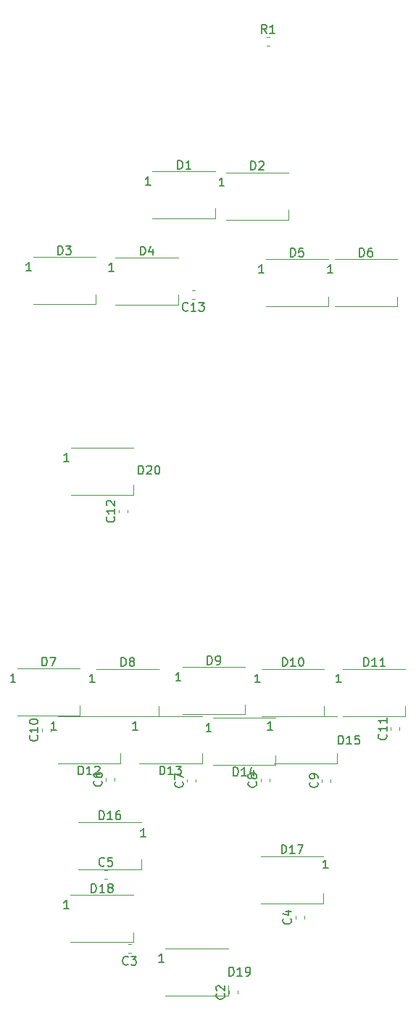
<source format=gbr>
%TF.GenerationSoftware,KiCad,Pcbnew,(5.1.10)-1*%
%TF.CreationDate,2021-11-16T17:17:49+11:00*%
%TF.ProjectId,APU Panel PCB V2,41505520-5061-46e6-956c-205043422056,rev?*%
%TF.SameCoordinates,Original*%
%TF.FileFunction,Legend,Top*%
%TF.FilePolarity,Positive*%
%FSLAX46Y46*%
G04 Gerber Fmt 4.6, Leading zero omitted, Abs format (unit mm)*
G04 Created by KiCad (PCBNEW (5.1.10)-1) date 2021-11-16 17:17:49*
%MOMM*%
%LPD*%
G01*
G04 APERTURE LIST*
%ADD10C,0.120000*%
%ADD11C,0.150000*%
G04 APERTURE END LIST*
D10*
%TO.C,C5*%
X79887221Y-154560000D02*
X80212779Y-154560000D01*
X79887221Y-153540000D02*
X80212779Y-153540000D01*
%TO.C,C2*%
X95429800Y-167937499D02*
X95429800Y-167611941D01*
X94409800Y-167937499D02*
X94409800Y-167611941D01*
%TO.C,C13*%
X90434379Y-85908420D02*
X90108821Y-85908420D01*
X90434379Y-86928420D02*
X90108821Y-86928420D01*
%TO.C,C12*%
X82579940Y-111828899D02*
X82579940Y-111503341D01*
X81559940Y-111828899D02*
X81559940Y-111503341D01*
%TO.C,C11*%
X114355340Y-137205939D02*
X114355340Y-136880381D01*
X113335340Y-137205939D02*
X113335340Y-136880381D01*
%TO.C,C10*%
X73608660Y-137338119D02*
X73608660Y-137012561D01*
X72588660Y-137338119D02*
X72588660Y-137012561D01*
%TO.C,C9*%
X106336560Y-143246159D02*
X106336560Y-142920601D01*
X105316560Y-143246159D02*
X105316560Y-142920601D01*
%TO.C,C8*%
X99161060Y-143220659D02*
X99161060Y-142895101D01*
X98141060Y-143220659D02*
X98141060Y-142895101D01*
%TO.C,C7*%
X90580940Y-143240979D02*
X90580940Y-142915421D01*
X89560940Y-143240979D02*
X89560940Y-142915421D01*
%TO.C,C6*%
X81091500Y-143101279D02*
X81091500Y-142775721D01*
X80071500Y-143101279D02*
X80071500Y-142775721D01*
%TO.C,C4*%
X103225060Y-159194819D02*
X103225060Y-158869261D01*
X102205060Y-159194819D02*
X102205060Y-158869261D01*
%TO.C,C3*%
X82974499Y-162199860D02*
X82648941Y-162199860D01*
X82974499Y-163219860D02*
X82648941Y-163219860D01*
%TO.C,R1*%
X98838901Y-57385680D02*
X99164459Y-57385680D01*
X98838901Y-56365680D02*
X99164459Y-56365680D01*
%TO.C,D20*%
X75953600Y-104234800D02*
X83253600Y-104234800D01*
X75953600Y-109734800D02*
X83253600Y-109734800D01*
X83253600Y-109734800D02*
X83253600Y-108584800D01*
%TO.C,D6*%
X114077600Y-87763600D02*
X114077600Y-86613600D01*
X106777600Y-87763600D02*
X114077600Y-87763600D01*
X106777600Y-82263600D02*
X114077600Y-82263600D01*
%TO.C,D5*%
X106023600Y-87763600D02*
X106023600Y-86613600D01*
X98723600Y-87763600D02*
X106023600Y-87763600D01*
X98723600Y-82263600D02*
X106023600Y-82263600D01*
%TO.C,D11*%
X115054400Y-135541200D02*
X115054400Y-134391200D01*
X107754400Y-135541200D02*
X115054400Y-135541200D01*
X107754400Y-130041200D02*
X115054400Y-130041200D01*
%TO.C,D19*%
X94328000Y-168154800D02*
X94328000Y-167004800D01*
X87028000Y-168154800D02*
X94328000Y-168154800D01*
X87028000Y-162654800D02*
X94328000Y-162654800D01*
%TO.C,D18*%
X83242000Y-161931600D02*
X83242000Y-160781600D01*
X75942000Y-161931600D02*
X83242000Y-161931600D01*
X75942000Y-156431600D02*
X83242000Y-156431600D01*
%TO.C,D17*%
X105453200Y-157385200D02*
X105453200Y-156235200D01*
X98153200Y-157385200D02*
X105453200Y-157385200D01*
X98153200Y-151885200D02*
X105453200Y-151885200D01*
%TO.C,D16*%
X84168000Y-153422800D02*
X84168000Y-152272800D01*
X76868000Y-153422800D02*
X84168000Y-153422800D01*
X76868000Y-147922800D02*
X84168000Y-147922800D01*
%TO.C,D15*%
X107028000Y-141078400D02*
X107028000Y-139928400D01*
X99728000Y-141078400D02*
X107028000Y-141078400D01*
X99728000Y-135578400D02*
X107028000Y-135578400D01*
%TO.C,D14*%
X99865200Y-141281600D02*
X99865200Y-140131600D01*
X92565200Y-141281600D02*
X99865200Y-141281600D01*
X92565200Y-135781600D02*
X99865200Y-135781600D01*
%TO.C,D13*%
X91280000Y-141078400D02*
X91280000Y-139928400D01*
X83980000Y-141078400D02*
X91280000Y-141078400D01*
X83980000Y-135578400D02*
X91280000Y-135578400D01*
%TO.C,D12*%
X81780400Y-141078400D02*
X81780400Y-139928400D01*
X74480400Y-141078400D02*
X81780400Y-141078400D01*
X74480400Y-135578400D02*
X81780400Y-135578400D01*
%TO.C,D10*%
X105554800Y-135541200D02*
X105554800Y-134391200D01*
X98254800Y-135541200D02*
X105554800Y-135541200D01*
X98254800Y-130041200D02*
X105554800Y-130041200D01*
%TO.C,D9*%
X96309200Y-135338000D02*
X96309200Y-134188000D01*
X89009200Y-135338000D02*
X96309200Y-135338000D01*
X89009200Y-129838000D02*
X96309200Y-129838000D01*
%TO.C,D8*%
X86250800Y-135541200D02*
X86250800Y-134391200D01*
X78950800Y-135541200D02*
X86250800Y-135541200D01*
X78950800Y-130041200D02*
X86250800Y-130041200D01*
%TO.C,D7*%
X77005200Y-135490400D02*
X77005200Y-134340400D01*
X69705200Y-135490400D02*
X77005200Y-135490400D01*
X69705200Y-129990400D02*
X77005200Y-129990400D01*
%TO.C,D4*%
X88486000Y-87560400D02*
X88486000Y-86410400D01*
X81186000Y-87560400D02*
X88486000Y-87560400D01*
X81186000Y-82060400D02*
X88486000Y-82060400D01*
%TO.C,D3*%
X78845600Y-87509600D02*
X78845600Y-86359600D01*
X71545600Y-87509600D02*
X78845600Y-87509600D01*
X71545600Y-82009600D02*
X78845600Y-82009600D01*
%TO.C,D2*%
X101389200Y-77629200D02*
X101389200Y-76479200D01*
X94089200Y-77629200D02*
X101389200Y-77629200D01*
X94089200Y-72129200D02*
X101389200Y-72129200D01*
%TO.C,D1*%
X92792400Y-77502400D02*
X92792400Y-76352400D01*
X85492400Y-77502400D02*
X92792400Y-77502400D01*
X85492400Y-72002400D02*
X92792400Y-72002400D01*
%TO.C,C5*%
D11*
X79883333Y-152977142D02*
X79835714Y-153024761D01*
X79692857Y-153072380D01*
X79597619Y-153072380D01*
X79454761Y-153024761D01*
X79359523Y-152929523D01*
X79311904Y-152834285D01*
X79264285Y-152643809D01*
X79264285Y-152500952D01*
X79311904Y-152310476D01*
X79359523Y-152215238D01*
X79454761Y-152120000D01*
X79597619Y-152072380D01*
X79692857Y-152072380D01*
X79835714Y-152120000D01*
X79883333Y-152167619D01*
X80788095Y-152072380D02*
X80311904Y-152072380D01*
X80264285Y-152548571D01*
X80311904Y-152500952D01*
X80407142Y-152453333D01*
X80645238Y-152453333D01*
X80740476Y-152500952D01*
X80788095Y-152548571D01*
X80835714Y-152643809D01*
X80835714Y-152881904D01*
X80788095Y-152977142D01*
X80740476Y-153024761D01*
X80645238Y-153072380D01*
X80407142Y-153072380D01*
X80311904Y-153024761D01*
X80264285Y-152977142D01*
%TO.C,C2*%
X93846942Y-167941386D02*
X93894561Y-167989005D01*
X93942180Y-168131862D01*
X93942180Y-168227100D01*
X93894561Y-168369958D01*
X93799323Y-168465196D01*
X93704085Y-168512815D01*
X93513609Y-168560434D01*
X93370752Y-168560434D01*
X93180276Y-168512815D01*
X93085038Y-168465196D01*
X92989800Y-168369958D01*
X92942180Y-168227100D01*
X92942180Y-168131862D01*
X92989800Y-167989005D01*
X93037419Y-167941386D01*
X93037419Y-167560434D02*
X92989800Y-167512815D01*
X92942180Y-167417577D01*
X92942180Y-167179481D01*
X92989800Y-167084243D01*
X93037419Y-167036624D01*
X93132657Y-166989005D01*
X93227895Y-166989005D01*
X93370752Y-167036624D01*
X93942180Y-167608053D01*
X93942180Y-166989005D01*
%TO.C,C13*%
X89628742Y-88205562D02*
X89581123Y-88253181D01*
X89438266Y-88300800D01*
X89343028Y-88300800D01*
X89200171Y-88253181D01*
X89104933Y-88157943D01*
X89057314Y-88062705D01*
X89009695Y-87872229D01*
X89009695Y-87729372D01*
X89057314Y-87538896D01*
X89104933Y-87443658D01*
X89200171Y-87348420D01*
X89343028Y-87300800D01*
X89438266Y-87300800D01*
X89581123Y-87348420D01*
X89628742Y-87396039D01*
X90581123Y-88300800D02*
X90009695Y-88300800D01*
X90295409Y-88300800D02*
X90295409Y-87300800D01*
X90200171Y-87443658D01*
X90104933Y-87538896D01*
X90009695Y-87586515D01*
X90914457Y-87300800D02*
X91533504Y-87300800D01*
X91200171Y-87681753D01*
X91343028Y-87681753D01*
X91438266Y-87729372D01*
X91485885Y-87776991D01*
X91533504Y-87872229D01*
X91533504Y-88110324D01*
X91485885Y-88205562D01*
X91438266Y-88253181D01*
X91343028Y-88300800D01*
X91057314Y-88300800D01*
X90962076Y-88253181D01*
X90914457Y-88205562D01*
%TO.C,C12*%
X80997082Y-112308977D02*
X81044701Y-112356596D01*
X81092320Y-112499453D01*
X81092320Y-112594691D01*
X81044701Y-112737548D01*
X80949463Y-112832786D01*
X80854225Y-112880405D01*
X80663749Y-112928024D01*
X80520892Y-112928024D01*
X80330416Y-112880405D01*
X80235178Y-112832786D01*
X80139940Y-112737548D01*
X80092320Y-112594691D01*
X80092320Y-112499453D01*
X80139940Y-112356596D01*
X80187559Y-112308977D01*
X81092320Y-111356596D02*
X81092320Y-111928024D01*
X81092320Y-111642310D02*
X80092320Y-111642310D01*
X80235178Y-111737548D01*
X80330416Y-111832786D01*
X80378035Y-111928024D01*
X80187559Y-110975643D02*
X80139940Y-110928024D01*
X80092320Y-110832786D01*
X80092320Y-110594691D01*
X80139940Y-110499453D01*
X80187559Y-110451834D01*
X80282797Y-110404215D01*
X80378035Y-110404215D01*
X80520892Y-110451834D01*
X81092320Y-111023262D01*
X81092320Y-110404215D01*
%TO.C,C11*%
X112772482Y-137686017D02*
X112820101Y-137733636D01*
X112867720Y-137876493D01*
X112867720Y-137971731D01*
X112820101Y-138114588D01*
X112724863Y-138209826D01*
X112629625Y-138257445D01*
X112439149Y-138305064D01*
X112296292Y-138305064D01*
X112105816Y-138257445D01*
X112010578Y-138209826D01*
X111915340Y-138114588D01*
X111867720Y-137971731D01*
X111867720Y-137876493D01*
X111915340Y-137733636D01*
X111962959Y-137686017D01*
X112867720Y-136733636D02*
X112867720Y-137305064D01*
X112867720Y-137019350D02*
X111867720Y-137019350D01*
X112010578Y-137114588D01*
X112105816Y-137209826D01*
X112153435Y-137305064D01*
X112867720Y-135781255D02*
X112867720Y-136352683D01*
X112867720Y-136066969D02*
X111867720Y-136066969D01*
X112010578Y-136162207D01*
X112105816Y-136257445D01*
X112153435Y-136352683D01*
%TO.C,C10*%
X72025802Y-137818197D02*
X72073421Y-137865816D01*
X72121040Y-138008673D01*
X72121040Y-138103911D01*
X72073421Y-138246768D01*
X71978183Y-138342006D01*
X71882945Y-138389625D01*
X71692469Y-138437244D01*
X71549612Y-138437244D01*
X71359136Y-138389625D01*
X71263898Y-138342006D01*
X71168660Y-138246768D01*
X71121040Y-138103911D01*
X71121040Y-138008673D01*
X71168660Y-137865816D01*
X71216279Y-137818197D01*
X72121040Y-136865816D02*
X72121040Y-137437244D01*
X72121040Y-137151530D02*
X71121040Y-137151530D01*
X71263898Y-137246768D01*
X71359136Y-137342006D01*
X71406755Y-137437244D01*
X71121040Y-136246768D02*
X71121040Y-136151530D01*
X71168660Y-136056292D01*
X71216279Y-136008673D01*
X71311517Y-135961054D01*
X71501993Y-135913435D01*
X71740088Y-135913435D01*
X71930564Y-135961054D01*
X72025802Y-136008673D01*
X72073421Y-136056292D01*
X72121040Y-136151530D01*
X72121040Y-136246768D01*
X72073421Y-136342006D01*
X72025802Y-136389625D01*
X71930564Y-136437244D01*
X71740088Y-136484863D01*
X71501993Y-136484863D01*
X71311517Y-136437244D01*
X71216279Y-136389625D01*
X71168660Y-136342006D01*
X71121040Y-136246768D01*
%TO.C,C9*%
X104753702Y-143250046D02*
X104801321Y-143297665D01*
X104848940Y-143440522D01*
X104848940Y-143535760D01*
X104801321Y-143678618D01*
X104706083Y-143773856D01*
X104610845Y-143821475D01*
X104420369Y-143869094D01*
X104277512Y-143869094D01*
X104087036Y-143821475D01*
X103991798Y-143773856D01*
X103896560Y-143678618D01*
X103848940Y-143535760D01*
X103848940Y-143440522D01*
X103896560Y-143297665D01*
X103944179Y-143250046D01*
X104848940Y-142773856D02*
X104848940Y-142583380D01*
X104801321Y-142488141D01*
X104753702Y-142440522D01*
X104610845Y-142345284D01*
X104420369Y-142297665D01*
X104039417Y-142297665D01*
X103944179Y-142345284D01*
X103896560Y-142392903D01*
X103848940Y-142488141D01*
X103848940Y-142678618D01*
X103896560Y-142773856D01*
X103944179Y-142821475D01*
X104039417Y-142869094D01*
X104277512Y-142869094D01*
X104372750Y-142821475D01*
X104420369Y-142773856D01*
X104467988Y-142678618D01*
X104467988Y-142488141D01*
X104420369Y-142392903D01*
X104372750Y-142345284D01*
X104277512Y-142297665D01*
%TO.C,C8*%
X97578202Y-143224546D02*
X97625821Y-143272165D01*
X97673440Y-143415022D01*
X97673440Y-143510260D01*
X97625821Y-143653118D01*
X97530583Y-143748356D01*
X97435345Y-143795975D01*
X97244869Y-143843594D01*
X97102012Y-143843594D01*
X96911536Y-143795975D01*
X96816298Y-143748356D01*
X96721060Y-143653118D01*
X96673440Y-143510260D01*
X96673440Y-143415022D01*
X96721060Y-143272165D01*
X96768679Y-143224546D01*
X97102012Y-142653118D02*
X97054393Y-142748356D01*
X97006774Y-142795975D01*
X96911536Y-142843594D01*
X96863917Y-142843594D01*
X96768679Y-142795975D01*
X96721060Y-142748356D01*
X96673440Y-142653118D01*
X96673440Y-142462641D01*
X96721060Y-142367403D01*
X96768679Y-142319784D01*
X96863917Y-142272165D01*
X96911536Y-142272165D01*
X97006774Y-142319784D01*
X97054393Y-142367403D01*
X97102012Y-142462641D01*
X97102012Y-142653118D01*
X97149631Y-142748356D01*
X97197250Y-142795975D01*
X97292488Y-142843594D01*
X97482964Y-142843594D01*
X97578202Y-142795975D01*
X97625821Y-142748356D01*
X97673440Y-142653118D01*
X97673440Y-142462641D01*
X97625821Y-142367403D01*
X97578202Y-142319784D01*
X97482964Y-142272165D01*
X97292488Y-142272165D01*
X97197250Y-142319784D01*
X97149631Y-142367403D01*
X97102012Y-142462641D01*
%TO.C,C7*%
X88998082Y-143244866D02*
X89045701Y-143292485D01*
X89093320Y-143435342D01*
X89093320Y-143530580D01*
X89045701Y-143673438D01*
X88950463Y-143768676D01*
X88855225Y-143816295D01*
X88664749Y-143863914D01*
X88521892Y-143863914D01*
X88331416Y-143816295D01*
X88236178Y-143768676D01*
X88140940Y-143673438D01*
X88093320Y-143530580D01*
X88093320Y-143435342D01*
X88140940Y-143292485D01*
X88188559Y-143244866D01*
X88093320Y-142911533D02*
X88093320Y-142244866D01*
X89093320Y-142673438D01*
%TO.C,C6*%
X79508642Y-143105166D02*
X79556261Y-143152785D01*
X79603880Y-143295642D01*
X79603880Y-143390880D01*
X79556261Y-143533738D01*
X79461023Y-143628976D01*
X79365785Y-143676595D01*
X79175309Y-143724214D01*
X79032452Y-143724214D01*
X78841976Y-143676595D01*
X78746738Y-143628976D01*
X78651500Y-143533738D01*
X78603880Y-143390880D01*
X78603880Y-143295642D01*
X78651500Y-143152785D01*
X78699119Y-143105166D01*
X78603880Y-142248023D02*
X78603880Y-142438500D01*
X78651500Y-142533738D01*
X78699119Y-142581357D01*
X78841976Y-142676595D01*
X79032452Y-142724214D01*
X79413404Y-142724214D01*
X79508642Y-142676595D01*
X79556261Y-142628976D01*
X79603880Y-142533738D01*
X79603880Y-142343261D01*
X79556261Y-142248023D01*
X79508642Y-142200404D01*
X79413404Y-142152785D01*
X79175309Y-142152785D01*
X79080071Y-142200404D01*
X79032452Y-142248023D01*
X78984833Y-142343261D01*
X78984833Y-142533738D01*
X79032452Y-142628976D01*
X79080071Y-142676595D01*
X79175309Y-142724214D01*
%TO.C,C4*%
X101642202Y-159198706D02*
X101689821Y-159246325D01*
X101737440Y-159389182D01*
X101737440Y-159484420D01*
X101689821Y-159627278D01*
X101594583Y-159722516D01*
X101499345Y-159770135D01*
X101308869Y-159817754D01*
X101166012Y-159817754D01*
X100975536Y-159770135D01*
X100880298Y-159722516D01*
X100785060Y-159627278D01*
X100737440Y-159484420D01*
X100737440Y-159389182D01*
X100785060Y-159246325D01*
X100832679Y-159198706D01*
X101070774Y-158341563D02*
X101737440Y-158341563D01*
X100689821Y-158579659D02*
X101404107Y-158817754D01*
X101404107Y-158198706D01*
%TO.C,C3*%
X82645053Y-164497002D02*
X82597434Y-164544621D01*
X82454577Y-164592240D01*
X82359339Y-164592240D01*
X82216481Y-164544621D01*
X82121243Y-164449383D01*
X82073624Y-164354145D01*
X82026005Y-164163669D01*
X82026005Y-164020812D01*
X82073624Y-163830336D01*
X82121243Y-163735098D01*
X82216481Y-163639860D01*
X82359339Y-163592240D01*
X82454577Y-163592240D01*
X82597434Y-163639860D01*
X82645053Y-163687479D01*
X82978386Y-163592240D02*
X83597434Y-163592240D01*
X83264100Y-163973193D01*
X83406958Y-163973193D01*
X83502196Y-164020812D01*
X83549815Y-164068431D01*
X83597434Y-164163669D01*
X83597434Y-164401764D01*
X83549815Y-164497002D01*
X83502196Y-164544621D01*
X83406958Y-164592240D01*
X83121243Y-164592240D01*
X83026005Y-164544621D01*
X82978386Y-164497002D01*
%TO.C,R1*%
X98835013Y-55898060D02*
X98501680Y-55421870D01*
X98263584Y-55898060D02*
X98263584Y-54898060D01*
X98644537Y-54898060D01*
X98739775Y-54945680D01*
X98787394Y-54993299D01*
X98835013Y-55088537D01*
X98835013Y-55231394D01*
X98787394Y-55326632D01*
X98739775Y-55374251D01*
X98644537Y-55421870D01*
X98263584Y-55421870D01*
X99787394Y-55898060D02*
X99215965Y-55898060D01*
X99501680Y-55898060D02*
X99501680Y-54898060D01*
X99406441Y-55040918D01*
X99311203Y-55136156D01*
X99215965Y-55183775D01*
%TO.C,D20*%
X83875714Y-107335580D02*
X83875714Y-106335580D01*
X84113809Y-106335580D01*
X84256666Y-106383200D01*
X84351904Y-106478438D01*
X84399523Y-106573676D01*
X84447142Y-106764152D01*
X84447142Y-106907009D01*
X84399523Y-107097485D01*
X84351904Y-107192723D01*
X84256666Y-107287961D01*
X84113809Y-107335580D01*
X83875714Y-107335580D01*
X84828095Y-106430819D02*
X84875714Y-106383200D01*
X84970952Y-106335580D01*
X85209047Y-106335580D01*
X85304285Y-106383200D01*
X85351904Y-106430819D01*
X85399523Y-106526057D01*
X85399523Y-106621295D01*
X85351904Y-106764152D01*
X84780476Y-107335580D01*
X85399523Y-107335580D01*
X86018571Y-106335580D02*
X86113809Y-106335580D01*
X86209047Y-106383200D01*
X86256666Y-106430819D01*
X86304285Y-106526057D01*
X86351904Y-106716533D01*
X86351904Y-106954628D01*
X86304285Y-107145104D01*
X86256666Y-107240342D01*
X86209047Y-107287961D01*
X86113809Y-107335580D01*
X86018571Y-107335580D01*
X85923333Y-107287961D01*
X85875714Y-107240342D01*
X85828095Y-107145104D01*
X85780476Y-106954628D01*
X85780476Y-106716533D01*
X85828095Y-106526057D01*
X85875714Y-106430819D01*
X85923333Y-106383200D01*
X86018571Y-106335580D01*
X75739314Y-105837180D02*
X75167885Y-105837180D01*
X75453600Y-105837180D02*
X75453600Y-104837180D01*
X75358361Y-104980038D01*
X75263123Y-105075276D01*
X75167885Y-105122895D01*
%TO.C,D6*%
X109689504Y-81965980D02*
X109689504Y-80965980D01*
X109927600Y-80965980D01*
X110070457Y-81013600D01*
X110165695Y-81108838D01*
X110213314Y-81204076D01*
X110260933Y-81394552D01*
X110260933Y-81537409D01*
X110213314Y-81727885D01*
X110165695Y-81823123D01*
X110070457Y-81918361D01*
X109927600Y-81965980D01*
X109689504Y-81965980D01*
X111118076Y-80965980D02*
X110927600Y-80965980D01*
X110832361Y-81013600D01*
X110784742Y-81061219D01*
X110689504Y-81204076D01*
X110641885Y-81394552D01*
X110641885Y-81775504D01*
X110689504Y-81870742D01*
X110737123Y-81918361D01*
X110832361Y-81965980D01*
X111022838Y-81965980D01*
X111118076Y-81918361D01*
X111165695Y-81870742D01*
X111213314Y-81775504D01*
X111213314Y-81537409D01*
X111165695Y-81442171D01*
X111118076Y-81394552D01*
X111022838Y-81346933D01*
X110832361Y-81346933D01*
X110737123Y-81394552D01*
X110689504Y-81442171D01*
X110641885Y-81537409D01*
X106563314Y-83865980D02*
X105991885Y-83865980D01*
X106277600Y-83865980D02*
X106277600Y-82865980D01*
X106182361Y-83008838D01*
X106087123Y-83104076D01*
X105991885Y-83151695D01*
%TO.C,D5*%
X101635504Y-81965980D02*
X101635504Y-80965980D01*
X101873600Y-80965980D01*
X102016457Y-81013600D01*
X102111695Y-81108838D01*
X102159314Y-81204076D01*
X102206933Y-81394552D01*
X102206933Y-81537409D01*
X102159314Y-81727885D01*
X102111695Y-81823123D01*
X102016457Y-81918361D01*
X101873600Y-81965980D01*
X101635504Y-81965980D01*
X103111695Y-80965980D02*
X102635504Y-80965980D01*
X102587885Y-81442171D01*
X102635504Y-81394552D01*
X102730742Y-81346933D01*
X102968838Y-81346933D01*
X103064076Y-81394552D01*
X103111695Y-81442171D01*
X103159314Y-81537409D01*
X103159314Y-81775504D01*
X103111695Y-81870742D01*
X103064076Y-81918361D01*
X102968838Y-81965980D01*
X102730742Y-81965980D01*
X102635504Y-81918361D01*
X102587885Y-81870742D01*
X98509314Y-83865980D02*
X97937885Y-83865980D01*
X98223600Y-83865980D02*
X98223600Y-82865980D01*
X98128361Y-83008838D01*
X98033123Y-83104076D01*
X97937885Y-83151695D01*
%TO.C,D11*%
X110190114Y-129743580D02*
X110190114Y-128743580D01*
X110428209Y-128743580D01*
X110571066Y-128791200D01*
X110666304Y-128886438D01*
X110713923Y-128981676D01*
X110761542Y-129172152D01*
X110761542Y-129315009D01*
X110713923Y-129505485D01*
X110666304Y-129600723D01*
X110571066Y-129695961D01*
X110428209Y-129743580D01*
X110190114Y-129743580D01*
X111713923Y-129743580D02*
X111142495Y-129743580D01*
X111428209Y-129743580D02*
X111428209Y-128743580D01*
X111332971Y-128886438D01*
X111237733Y-128981676D01*
X111142495Y-129029295D01*
X112666304Y-129743580D02*
X112094876Y-129743580D01*
X112380590Y-129743580D02*
X112380590Y-128743580D01*
X112285352Y-128886438D01*
X112190114Y-128981676D01*
X112094876Y-129029295D01*
X107540114Y-131643580D02*
X106968685Y-131643580D01*
X107254400Y-131643580D02*
X107254400Y-130643580D01*
X107159161Y-130786438D01*
X107063923Y-130881676D01*
X106968685Y-130929295D01*
%TO.C,D19*%
X94442114Y-165857180D02*
X94442114Y-164857180D01*
X94680209Y-164857180D01*
X94823066Y-164904800D01*
X94918304Y-165000038D01*
X94965923Y-165095276D01*
X95013542Y-165285752D01*
X95013542Y-165428609D01*
X94965923Y-165619085D01*
X94918304Y-165714323D01*
X94823066Y-165809561D01*
X94680209Y-165857180D01*
X94442114Y-165857180D01*
X95965923Y-165857180D02*
X95394495Y-165857180D01*
X95680209Y-165857180D02*
X95680209Y-164857180D01*
X95584971Y-165000038D01*
X95489733Y-165095276D01*
X95394495Y-165142895D01*
X96442114Y-165857180D02*
X96632590Y-165857180D01*
X96727828Y-165809561D01*
X96775447Y-165761942D01*
X96870685Y-165619085D01*
X96918304Y-165428609D01*
X96918304Y-165047657D01*
X96870685Y-164952419D01*
X96823066Y-164904800D01*
X96727828Y-164857180D01*
X96537352Y-164857180D01*
X96442114Y-164904800D01*
X96394495Y-164952419D01*
X96346876Y-165047657D01*
X96346876Y-165285752D01*
X96394495Y-165380990D01*
X96442114Y-165428609D01*
X96537352Y-165476228D01*
X96727828Y-165476228D01*
X96823066Y-165428609D01*
X96870685Y-165380990D01*
X96918304Y-165285752D01*
X86813714Y-164257180D02*
X86242285Y-164257180D01*
X86528000Y-164257180D02*
X86528000Y-163257180D01*
X86432761Y-163400038D01*
X86337523Y-163495276D01*
X86242285Y-163542895D01*
%TO.C,D18*%
X78377714Y-156133980D02*
X78377714Y-155133980D01*
X78615809Y-155133980D01*
X78758666Y-155181600D01*
X78853904Y-155276838D01*
X78901523Y-155372076D01*
X78949142Y-155562552D01*
X78949142Y-155705409D01*
X78901523Y-155895885D01*
X78853904Y-155991123D01*
X78758666Y-156086361D01*
X78615809Y-156133980D01*
X78377714Y-156133980D01*
X79901523Y-156133980D02*
X79330095Y-156133980D01*
X79615809Y-156133980D02*
X79615809Y-155133980D01*
X79520571Y-155276838D01*
X79425333Y-155372076D01*
X79330095Y-155419695D01*
X80472952Y-155562552D02*
X80377714Y-155514933D01*
X80330095Y-155467314D01*
X80282476Y-155372076D01*
X80282476Y-155324457D01*
X80330095Y-155229219D01*
X80377714Y-155181600D01*
X80472952Y-155133980D01*
X80663428Y-155133980D01*
X80758666Y-155181600D01*
X80806285Y-155229219D01*
X80853904Y-155324457D01*
X80853904Y-155372076D01*
X80806285Y-155467314D01*
X80758666Y-155514933D01*
X80663428Y-155562552D01*
X80472952Y-155562552D01*
X80377714Y-155610171D01*
X80330095Y-155657790D01*
X80282476Y-155753028D01*
X80282476Y-155943504D01*
X80330095Y-156038742D01*
X80377714Y-156086361D01*
X80472952Y-156133980D01*
X80663428Y-156133980D01*
X80758666Y-156086361D01*
X80806285Y-156038742D01*
X80853904Y-155943504D01*
X80853904Y-155753028D01*
X80806285Y-155657790D01*
X80758666Y-155610171D01*
X80663428Y-155562552D01*
X75727714Y-158033980D02*
X75156285Y-158033980D01*
X75442000Y-158033980D02*
X75442000Y-157033980D01*
X75346761Y-157176838D01*
X75251523Y-157272076D01*
X75156285Y-157319695D01*
%TO.C,D17*%
X100588914Y-151587580D02*
X100588914Y-150587580D01*
X100827009Y-150587580D01*
X100969866Y-150635200D01*
X101065104Y-150730438D01*
X101112723Y-150825676D01*
X101160342Y-151016152D01*
X101160342Y-151159009D01*
X101112723Y-151349485D01*
X101065104Y-151444723D01*
X100969866Y-151539961D01*
X100827009Y-151587580D01*
X100588914Y-151587580D01*
X102112723Y-151587580D02*
X101541295Y-151587580D01*
X101827009Y-151587580D02*
X101827009Y-150587580D01*
X101731771Y-150730438D01*
X101636533Y-150825676D01*
X101541295Y-150873295D01*
X102446057Y-150587580D02*
X103112723Y-150587580D01*
X102684152Y-151587580D01*
X106000514Y-153309580D02*
X105429085Y-153309580D01*
X105714800Y-153309580D02*
X105714800Y-152309580D01*
X105619561Y-152452438D01*
X105524323Y-152547676D01*
X105429085Y-152595295D01*
%TO.C,D16*%
X79303714Y-147625180D02*
X79303714Y-146625180D01*
X79541809Y-146625180D01*
X79684666Y-146672800D01*
X79779904Y-146768038D01*
X79827523Y-146863276D01*
X79875142Y-147053752D01*
X79875142Y-147196609D01*
X79827523Y-147387085D01*
X79779904Y-147482323D01*
X79684666Y-147577561D01*
X79541809Y-147625180D01*
X79303714Y-147625180D01*
X80827523Y-147625180D02*
X80256095Y-147625180D01*
X80541809Y-147625180D02*
X80541809Y-146625180D01*
X80446571Y-146768038D01*
X80351333Y-146863276D01*
X80256095Y-146910895D01*
X81684666Y-146625180D02*
X81494190Y-146625180D01*
X81398952Y-146672800D01*
X81351333Y-146720419D01*
X81256095Y-146863276D01*
X81208476Y-147053752D01*
X81208476Y-147434704D01*
X81256095Y-147529942D01*
X81303714Y-147577561D01*
X81398952Y-147625180D01*
X81589428Y-147625180D01*
X81684666Y-147577561D01*
X81732285Y-147529942D01*
X81779904Y-147434704D01*
X81779904Y-147196609D01*
X81732285Y-147101371D01*
X81684666Y-147053752D01*
X81589428Y-147006133D01*
X81398952Y-147006133D01*
X81303714Y-147053752D01*
X81256095Y-147101371D01*
X81208476Y-147196609D01*
X84715314Y-149651980D02*
X84143885Y-149651980D01*
X84429600Y-149651980D02*
X84429600Y-148651980D01*
X84334361Y-148794838D01*
X84239123Y-148890076D01*
X84143885Y-148937695D01*
%TO.C,D15*%
X107243714Y-138831580D02*
X107243714Y-137831580D01*
X107481809Y-137831580D01*
X107624666Y-137879200D01*
X107719904Y-137974438D01*
X107767523Y-138069676D01*
X107815142Y-138260152D01*
X107815142Y-138403009D01*
X107767523Y-138593485D01*
X107719904Y-138688723D01*
X107624666Y-138783961D01*
X107481809Y-138831580D01*
X107243714Y-138831580D01*
X108767523Y-138831580D02*
X108196095Y-138831580D01*
X108481809Y-138831580D02*
X108481809Y-137831580D01*
X108386571Y-137974438D01*
X108291333Y-138069676D01*
X108196095Y-138117295D01*
X109672285Y-137831580D02*
X109196095Y-137831580D01*
X109148476Y-138307771D01*
X109196095Y-138260152D01*
X109291333Y-138212533D01*
X109529428Y-138212533D01*
X109624666Y-138260152D01*
X109672285Y-138307771D01*
X109719904Y-138403009D01*
X109719904Y-138641104D01*
X109672285Y-138736342D01*
X109624666Y-138783961D01*
X109529428Y-138831580D01*
X109291333Y-138831580D01*
X109196095Y-138783961D01*
X109148476Y-138736342D01*
X99513714Y-137180780D02*
X98942285Y-137180780D01*
X99228000Y-137180780D02*
X99228000Y-136180780D01*
X99132761Y-136323638D01*
X99037523Y-136418876D01*
X98942285Y-136466495D01*
%TO.C,D14*%
X94950114Y-142539980D02*
X94950114Y-141539980D01*
X95188209Y-141539980D01*
X95331066Y-141587600D01*
X95426304Y-141682838D01*
X95473923Y-141778076D01*
X95521542Y-141968552D01*
X95521542Y-142111409D01*
X95473923Y-142301885D01*
X95426304Y-142397123D01*
X95331066Y-142492361D01*
X95188209Y-142539980D01*
X94950114Y-142539980D01*
X96473923Y-142539980D02*
X95902495Y-142539980D01*
X96188209Y-142539980D02*
X96188209Y-141539980D01*
X96092971Y-141682838D01*
X95997733Y-141778076D01*
X95902495Y-141825695D01*
X97331066Y-141873314D02*
X97331066Y-142539980D01*
X97092971Y-141492361D02*
X96854876Y-142206647D01*
X97473923Y-142206647D01*
X92350914Y-137383980D02*
X91779485Y-137383980D01*
X92065200Y-137383980D02*
X92065200Y-136383980D01*
X91969961Y-136526838D01*
X91874723Y-136622076D01*
X91779485Y-136669695D01*
%TO.C,D13*%
X86364914Y-142387580D02*
X86364914Y-141387580D01*
X86603009Y-141387580D01*
X86745866Y-141435200D01*
X86841104Y-141530438D01*
X86888723Y-141625676D01*
X86936342Y-141816152D01*
X86936342Y-141959009D01*
X86888723Y-142149485D01*
X86841104Y-142244723D01*
X86745866Y-142339961D01*
X86603009Y-142387580D01*
X86364914Y-142387580D01*
X87888723Y-142387580D02*
X87317295Y-142387580D01*
X87603009Y-142387580D02*
X87603009Y-141387580D01*
X87507771Y-141530438D01*
X87412533Y-141625676D01*
X87317295Y-141673295D01*
X88222057Y-141387580D02*
X88841104Y-141387580D01*
X88507771Y-141768533D01*
X88650628Y-141768533D01*
X88745866Y-141816152D01*
X88793485Y-141863771D01*
X88841104Y-141959009D01*
X88841104Y-142197104D01*
X88793485Y-142292342D01*
X88745866Y-142339961D01*
X88650628Y-142387580D01*
X88364914Y-142387580D01*
X88269676Y-142339961D01*
X88222057Y-142292342D01*
X83765714Y-137180780D02*
X83194285Y-137180780D01*
X83480000Y-137180780D02*
X83480000Y-136180780D01*
X83384761Y-136323638D01*
X83289523Y-136418876D01*
X83194285Y-136466495D01*
%TO.C,D12*%
X76865314Y-142387580D02*
X76865314Y-141387580D01*
X77103409Y-141387580D01*
X77246266Y-141435200D01*
X77341504Y-141530438D01*
X77389123Y-141625676D01*
X77436742Y-141816152D01*
X77436742Y-141959009D01*
X77389123Y-142149485D01*
X77341504Y-142244723D01*
X77246266Y-142339961D01*
X77103409Y-142387580D01*
X76865314Y-142387580D01*
X78389123Y-142387580D02*
X77817695Y-142387580D01*
X78103409Y-142387580D02*
X78103409Y-141387580D01*
X78008171Y-141530438D01*
X77912933Y-141625676D01*
X77817695Y-141673295D01*
X78770076Y-141482819D02*
X78817695Y-141435200D01*
X78912933Y-141387580D01*
X79151028Y-141387580D01*
X79246266Y-141435200D01*
X79293885Y-141482819D01*
X79341504Y-141578057D01*
X79341504Y-141673295D01*
X79293885Y-141816152D01*
X78722457Y-142387580D01*
X79341504Y-142387580D01*
X74266114Y-137180780D02*
X73694685Y-137180780D01*
X73980400Y-137180780D02*
X73980400Y-136180780D01*
X73885161Y-136323638D01*
X73789923Y-136418876D01*
X73694685Y-136466495D01*
%TO.C,D10*%
X100690514Y-129743580D02*
X100690514Y-128743580D01*
X100928609Y-128743580D01*
X101071466Y-128791200D01*
X101166704Y-128886438D01*
X101214323Y-128981676D01*
X101261942Y-129172152D01*
X101261942Y-129315009D01*
X101214323Y-129505485D01*
X101166704Y-129600723D01*
X101071466Y-129695961D01*
X100928609Y-129743580D01*
X100690514Y-129743580D01*
X102214323Y-129743580D02*
X101642895Y-129743580D01*
X101928609Y-129743580D02*
X101928609Y-128743580D01*
X101833371Y-128886438D01*
X101738133Y-128981676D01*
X101642895Y-129029295D01*
X102833371Y-128743580D02*
X102928609Y-128743580D01*
X103023847Y-128791200D01*
X103071466Y-128838819D01*
X103119085Y-128934057D01*
X103166704Y-129124533D01*
X103166704Y-129362628D01*
X103119085Y-129553104D01*
X103071466Y-129648342D01*
X103023847Y-129695961D01*
X102928609Y-129743580D01*
X102833371Y-129743580D01*
X102738133Y-129695961D01*
X102690514Y-129648342D01*
X102642895Y-129553104D01*
X102595276Y-129362628D01*
X102595276Y-129124533D01*
X102642895Y-128934057D01*
X102690514Y-128838819D01*
X102738133Y-128791200D01*
X102833371Y-128743580D01*
X98040514Y-131643580D02*
X97469085Y-131643580D01*
X97754800Y-131643580D02*
X97754800Y-130643580D01*
X97659561Y-130786438D01*
X97564323Y-130881676D01*
X97469085Y-130929295D01*
%TO.C,D9*%
X91921104Y-129540380D02*
X91921104Y-128540380D01*
X92159200Y-128540380D01*
X92302057Y-128588000D01*
X92397295Y-128683238D01*
X92444914Y-128778476D01*
X92492533Y-128968952D01*
X92492533Y-129111809D01*
X92444914Y-129302285D01*
X92397295Y-129397523D01*
X92302057Y-129492761D01*
X92159200Y-129540380D01*
X91921104Y-129540380D01*
X92968723Y-129540380D02*
X93159200Y-129540380D01*
X93254438Y-129492761D01*
X93302057Y-129445142D01*
X93397295Y-129302285D01*
X93444914Y-129111809D01*
X93444914Y-128730857D01*
X93397295Y-128635619D01*
X93349676Y-128588000D01*
X93254438Y-128540380D01*
X93063961Y-128540380D01*
X92968723Y-128588000D01*
X92921104Y-128635619D01*
X92873485Y-128730857D01*
X92873485Y-128968952D01*
X92921104Y-129064190D01*
X92968723Y-129111809D01*
X93063961Y-129159428D01*
X93254438Y-129159428D01*
X93349676Y-129111809D01*
X93397295Y-129064190D01*
X93444914Y-128968952D01*
X88794914Y-131440380D02*
X88223485Y-131440380D01*
X88509200Y-131440380D02*
X88509200Y-130440380D01*
X88413961Y-130583238D01*
X88318723Y-130678476D01*
X88223485Y-130726095D01*
%TO.C,D8*%
X81862704Y-129743580D02*
X81862704Y-128743580D01*
X82100800Y-128743580D01*
X82243657Y-128791200D01*
X82338895Y-128886438D01*
X82386514Y-128981676D01*
X82434133Y-129172152D01*
X82434133Y-129315009D01*
X82386514Y-129505485D01*
X82338895Y-129600723D01*
X82243657Y-129695961D01*
X82100800Y-129743580D01*
X81862704Y-129743580D01*
X83005561Y-129172152D02*
X82910323Y-129124533D01*
X82862704Y-129076914D01*
X82815085Y-128981676D01*
X82815085Y-128934057D01*
X82862704Y-128838819D01*
X82910323Y-128791200D01*
X83005561Y-128743580D01*
X83196038Y-128743580D01*
X83291276Y-128791200D01*
X83338895Y-128838819D01*
X83386514Y-128934057D01*
X83386514Y-128981676D01*
X83338895Y-129076914D01*
X83291276Y-129124533D01*
X83196038Y-129172152D01*
X83005561Y-129172152D01*
X82910323Y-129219771D01*
X82862704Y-129267390D01*
X82815085Y-129362628D01*
X82815085Y-129553104D01*
X82862704Y-129648342D01*
X82910323Y-129695961D01*
X83005561Y-129743580D01*
X83196038Y-129743580D01*
X83291276Y-129695961D01*
X83338895Y-129648342D01*
X83386514Y-129553104D01*
X83386514Y-129362628D01*
X83338895Y-129267390D01*
X83291276Y-129219771D01*
X83196038Y-129172152D01*
X78736514Y-131643580D02*
X78165085Y-131643580D01*
X78450800Y-131643580D02*
X78450800Y-130643580D01*
X78355561Y-130786438D01*
X78260323Y-130881676D01*
X78165085Y-130929295D01*
%TO.C,D7*%
X72617104Y-129692780D02*
X72617104Y-128692780D01*
X72855200Y-128692780D01*
X72998057Y-128740400D01*
X73093295Y-128835638D01*
X73140914Y-128930876D01*
X73188533Y-129121352D01*
X73188533Y-129264209D01*
X73140914Y-129454685D01*
X73093295Y-129549923D01*
X72998057Y-129645161D01*
X72855200Y-129692780D01*
X72617104Y-129692780D01*
X73521866Y-128692780D02*
X74188533Y-128692780D01*
X73759961Y-129692780D01*
X69490914Y-131592780D02*
X68919485Y-131592780D01*
X69205200Y-131592780D02*
X69205200Y-130592780D01*
X69109961Y-130735638D01*
X69014723Y-130830876D01*
X68919485Y-130878495D01*
%TO.C,D4*%
X84097904Y-81762780D02*
X84097904Y-80762780D01*
X84336000Y-80762780D01*
X84478857Y-80810400D01*
X84574095Y-80905638D01*
X84621714Y-81000876D01*
X84669333Y-81191352D01*
X84669333Y-81334209D01*
X84621714Y-81524685D01*
X84574095Y-81619923D01*
X84478857Y-81715161D01*
X84336000Y-81762780D01*
X84097904Y-81762780D01*
X85526476Y-81096114D02*
X85526476Y-81762780D01*
X85288380Y-80715161D02*
X85050285Y-81429447D01*
X85669333Y-81429447D01*
X80971714Y-83662780D02*
X80400285Y-83662780D01*
X80686000Y-83662780D02*
X80686000Y-82662780D01*
X80590761Y-82805638D01*
X80495523Y-82900876D01*
X80400285Y-82948495D01*
%TO.C,D3*%
X74457504Y-81711980D02*
X74457504Y-80711980D01*
X74695600Y-80711980D01*
X74838457Y-80759600D01*
X74933695Y-80854838D01*
X74981314Y-80950076D01*
X75028933Y-81140552D01*
X75028933Y-81283409D01*
X74981314Y-81473885D01*
X74933695Y-81569123D01*
X74838457Y-81664361D01*
X74695600Y-81711980D01*
X74457504Y-81711980D01*
X75362266Y-80711980D02*
X75981314Y-80711980D01*
X75647980Y-81092933D01*
X75790838Y-81092933D01*
X75886076Y-81140552D01*
X75933695Y-81188171D01*
X75981314Y-81283409D01*
X75981314Y-81521504D01*
X75933695Y-81616742D01*
X75886076Y-81664361D01*
X75790838Y-81711980D01*
X75505123Y-81711980D01*
X75409885Y-81664361D01*
X75362266Y-81616742D01*
X71331314Y-83611980D02*
X70759885Y-83611980D01*
X71045600Y-83611980D02*
X71045600Y-82611980D01*
X70950361Y-82754838D01*
X70855123Y-82850076D01*
X70759885Y-82897695D01*
%TO.C,D2*%
X97001104Y-71831580D02*
X97001104Y-70831580D01*
X97239200Y-70831580D01*
X97382057Y-70879200D01*
X97477295Y-70974438D01*
X97524914Y-71069676D01*
X97572533Y-71260152D01*
X97572533Y-71403009D01*
X97524914Y-71593485D01*
X97477295Y-71688723D01*
X97382057Y-71783961D01*
X97239200Y-71831580D01*
X97001104Y-71831580D01*
X97953485Y-70926819D02*
X98001104Y-70879200D01*
X98096342Y-70831580D01*
X98334438Y-70831580D01*
X98429676Y-70879200D01*
X98477295Y-70926819D01*
X98524914Y-71022057D01*
X98524914Y-71117295D01*
X98477295Y-71260152D01*
X97905866Y-71831580D01*
X98524914Y-71831580D01*
X93874914Y-73731580D02*
X93303485Y-73731580D01*
X93589200Y-73731580D02*
X93589200Y-72731580D01*
X93493961Y-72874438D01*
X93398723Y-72969676D01*
X93303485Y-73017295D01*
%TO.C,D1*%
X88466704Y-71724780D02*
X88466704Y-70724780D01*
X88704800Y-70724780D01*
X88847657Y-70772400D01*
X88942895Y-70867638D01*
X88990514Y-70962876D01*
X89038133Y-71153352D01*
X89038133Y-71296209D01*
X88990514Y-71486685D01*
X88942895Y-71581923D01*
X88847657Y-71677161D01*
X88704800Y-71724780D01*
X88466704Y-71724780D01*
X89990514Y-71724780D02*
X89419085Y-71724780D01*
X89704800Y-71724780D02*
X89704800Y-70724780D01*
X89609561Y-70867638D01*
X89514323Y-70962876D01*
X89419085Y-71010495D01*
X85278114Y-73604780D02*
X84706685Y-73604780D01*
X84992400Y-73604780D02*
X84992400Y-72604780D01*
X84897161Y-72747638D01*
X84801923Y-72842876D01*
X84706685Y-72890495D01*
%TD*%
M02*

</source>
